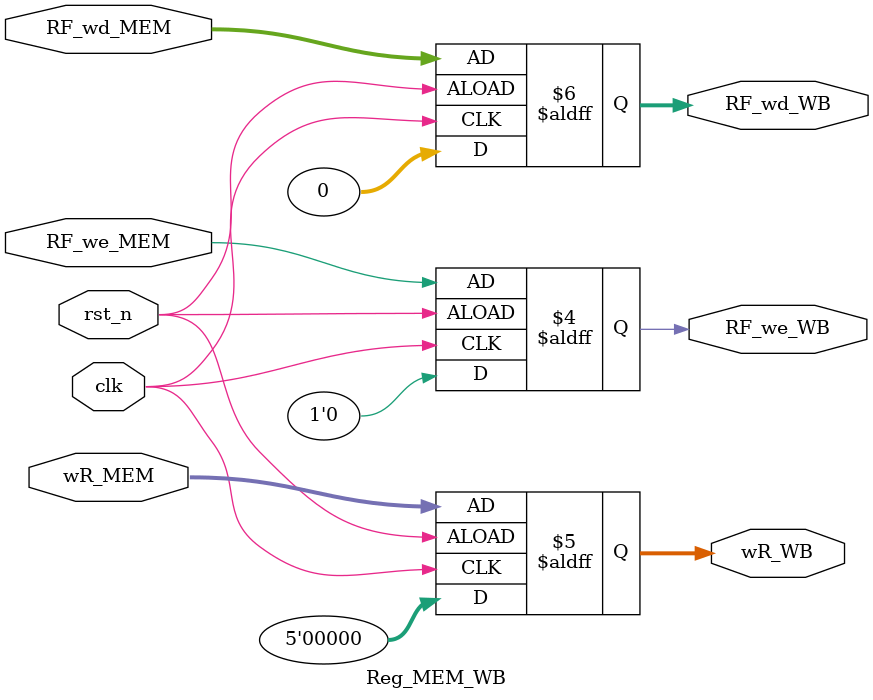
<source format=v>
module Reg_MEM_WB(
    input   clk,
    input   rst_n,

    input   [31:0]RF_wd_MEM,
    input   [4:0]wR_MEM,
    input   RF_we_MEM,
    
    output  reg [31:0] RF_wd_WB,
    output  reg [4:0] wR_WB,
    output  reg RF_we_WB
);

always@(posedge clk or negedge rst_n)
begin
    if(rst_n)
    begin
        RF_wd_WB<=0;
    end
    else
    begin
        RF_wd_WB<=RF_wd_MEM;
    end
end

always@(posedge clk or negedge rst_n)
begin
    if(rst_n)
    begin
        wR_WB<=0;
    end
    else
    begin
        wR_WB<=wR_MEM;
    end
end

always@(posedge clk or negedge rst_n)
begin
    if(rst_n)
    begin
        RF_we_WB<=0;
    end
    else
    begin
        RF_we_WB<=RF_we_MEM;
    end
end

endmodule
</source>
